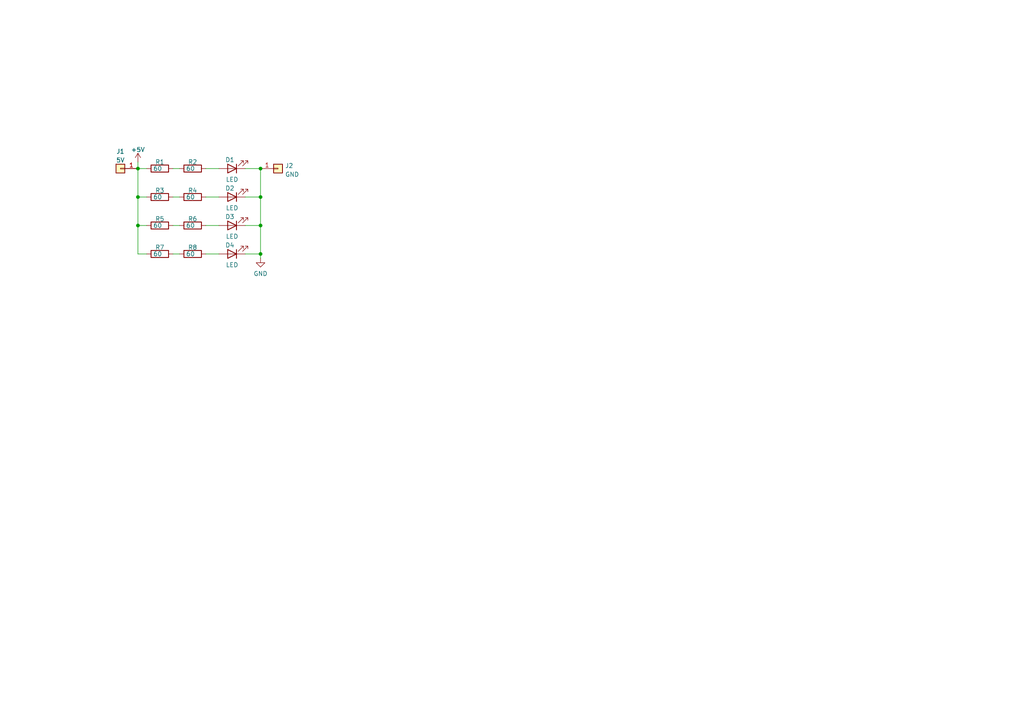
<source format=kicad_sch>
(kicad_sch (version 20211123) (generator eeschema)
  (paper "A4")
  (lib_symbols
    (symbol "Connector_Generic:Conn_01x01" (pin_names (offset 1.016) hide)
      (property "Reference" "J" (at 0 2.54 0))
      (property "Value" "Conn_01x01" (at 0 -2.54 0))
      (symbol "Conn_01x01_1_1"
        (rectangle (start -1.27 0.127) (end 0 -0.127) (stroke (width 0.1524)))
        (rectangle (start -1.27 1.27) (end 1.27 -1.27) (stroke (width 0.254)) (fill (type background)))
        (pin passive line (at -5.08 0 0) (length 3.81) (name "Pin_1") (number "1"))
      )
    )
    (symbol "Device:LED" (pin_numbers hide) (pin_names (offset 1.016) hide)
      (property "Reference" "D" (at 0 2.54 0))
      (property "Value" "LED" (at 0 -2.54 0))
      (symbol "LED_0_1"
        (polyline (pts (xy -1.27 -1.27) (xy -1.27 1.27)) (stroke (width 0.254)))
        (polyline (pts (xy -1.27 0) (xy 1.27 0)))
        (polyline (pts (xy 1.27 -1.27) (xy 1.27 1.27) (xy -1.27 0) (xy 1.27 -1.27)) (stroke (width 0.254)))
        (polyline (pts (xy -3.048 -0.762) (xy -4.572 -2.286) (xy -3.81 -2.286) (xy -4.572 -2.286) (xy -4.572 -1.524)))
        (polyline (pts (xy -1.778 -0.762) (xy -3.302 -2.286) (xy -2.54 -2.286) (xy -3.302 -2.286) (xy -3.302 -1.524)))
      )
      (symbol "LED_1_1"
        (pin passive line (at -3.81 0 0) (length 2.54) (name "K") (number "1"))
        (pin passive line (at 3.81 0 180) (length 2.54) (name "A") (number "2"))
      )
    )
    (symbol "Device:R" (pin_numbers hide) (pin_names (offset 0))
      (property "Reference" "R" (at 2.032 0 90))
      (property "Value" "R" (at 0 0 90))
      (symbol "R_0_1"
        (rectangle (start -1.016 -2.54) (end 1.016 2.54) (stroke (width 0.254)))
      )
      (symbol "R_1_1"
        (pin passive line (at 0 3.81 270) (length 1.27) (name "~") (number "1"))
        (pin passive line (at 0 -3.81 90) (length 1.27) (name "~") (number "2"))
      )
    )
    (symbol "power:+5V" (power) (pin_names (offset 0))
      (property "Value" "+5V" (at 0 3.556 0))
      (symbol "+5V_0_1"
        (polyline (pts (xy -0.762 1.27) (xy 0 2.54)))
        (polyline (pts (xy 0 0) (xy 0 2.54)))
        (polyline (pts (xy 0 2.54) (xy 0.762 1.27)))
      )
      (symbol "+5V_1_1"
        (pin power_in line (at 0 0 90) (length 0) hide (name "+5V") (number "1"))
      )
    )
    (symbol "power:GND" (power) (pin_names (offset 0))
      (property "Value" "GND" (at 0 -3.81 0))
      (symbol "GND_0_1"
        (polyline (pts (xy 0 0) (xy 0 -1.27) (xy 1.27 -1.27) (xy 0 -2.54) (xy -1.27 -1.27) (xy 0 -1.27)))
      )
      (symbol "GND_1_1"
        (pin power_in line (at 0 0 270) (length 0) hide (name "GND") (number "1"))
      )
    )
  )
  (junction (at 75.565 65.405))
  (junction (at 40.005 57.15))
  (junction (at 40.005 48.895))
  (junction (at 75.565 73.66))
  (junction (at 75.565 57.15))
  (junction (at 75.565 48.895))
  (junction (at 40.005 65.405))
  (wire (pts (xy 40.005 57.15) (xy 42.545 57.15)))
  (wire (pts (xy 59.69 73.66) (xy 63.5 73.66)))
  (wire (pts (xy 75.565 65.405) (xy 75.565 73.66)))
  (wire (pts (xy 40.005 48.895) (xy 40.005 57.15)))
  (wire (pts (xy 40.005 48.895) (xy 42.545 48.895)))
  (wire (pts (xy 59.69 65.405) (xy 63.5 65.405)))
  (wire (pts (xy 59.69 48.895) (xy 63.5 48.895)))
  (wire (pts (xy 75.565 73.66) (xy 75.565 74.93)))
  (wire (pts (xy 71.12 48.895) (xy 75.565 48.895)))
  (wire (pts (xy 71.12 73.66) (xy 75.565 73.66)))
  (wire (pts (xy 59.69 57.15) (xy 63.5 57.15)))
  (wire (pts (xy 75.565 48.895) (xy 75.565 57.15)))
  (wire (pts (xy 40.005 65.405) (xy 42.545 65.405)))
  (wire (pts (xy 40.005 57.15) (xy 40.005 65.405)))
  (wire (pts (xy 40.005 73.66) (xy 42.545 73.66)))
  (wire (pts (xy 40.005 65.405) (xy 40.005 73.66)))
  (wire (pts (xy 40.005 46.99) (xy 40.005 48.895)))
  (wire (pts (xy 50.165 65.405) (xy 52.07 65.405)))
  (wire (pts (xy 50.165 57.15) (xy 52.07 57.15)))
  (wire (pts (xy 50.165 73.66) (xy 52.07 73.66)))
  (wire (pts (xy 50.165 48.895) (xy 52.07 48.895)))
  (wire (pts (xy 75.565 57.15) (xy 75.565 65.405)))
  (wire (pts (xy 71.12 65.405) (xy 75.565 65.405)))
  (wire (pts (xy 71.12 57.15) (xy 75.565 57.15)))
  (symbol (lib_id "Connector_Generic:Conn_01x01") (at 80.645 48.895 0) (unit 1)
    (property "Reference" "J2" (at 82.677 48.0603 0) (effects (justify left)))
    (property "Value" "GND" (at 82.677 50.5972 0) (effects (justify left)))
    (property "Footprint" "practice_PCB:PinSocket_1x01_P2.54mm_Vertical" (effects hide))
  )
  (symbol (lib_id "Device:LED") (at 67.31 73.66 180) (unit 1)
    (property "Reference" "D4" (at 66.675 71.12 0))
    (property "Value" "LED" (at 67.31 76.835 0))
    (property "Footprint" "LED_THT:LED_D3.0mm" (effects hide))
  )
  (symbol (lib_id "Device:LED") (at 67.31 57.15 180) (unit 1)
    (property "Reference" "D2" (at 66.675 54.61 0))
    (property "Value" "LED" (at 67.31 60.325 0))
    (property "Footprint" "LED_THT:LED_D3.0mm" (effects hide))
  )
  (symbol (lib_id "Device:R") (at 55.88 57.15 90) (unit 1)
    (property "Reference" "R4" (at 55.88 55.245 90))
    (property "Value" "60" (at 55.245 57.15 90))
    (property "Footprint" "Resistor_THT:R_Axial_DIN0207_L6.3mm_D2.5mm_P2.54mm_Vertical" (effects hide))
  )
  (symbol (lib_id "Device:R") (at 46.355 48.895 90) (unit 1)
    (property "Reference" "R1" (at 46.355 46.99 90))
    (property "Value" "60" (at 45.72 48.895 90))
    (property "Footprint" "Resistor_THT:R_Axial_DIN0207_L6.3mm_D2.5mm_P10.16mm_Horizontal" (effects hide))
  )
  (symbol (lib_id "Device:R") (at 55.88 65.405 90) (unit 1)
    (property "Reference" "R6" (at 55.88 63.5 90))
    (property "Value" "60" (at 55.245 65.405 90))
    (property "Footprint" "Resistor_THT:R_Axial_DIN0207_L6.3mm_D2.5mm_P2.54mm_Vertical" (effects hide))
  )
  (symbol (lib_id "Device:R") (at 46.355 57.15 90) (unit 1)
    (property "Reference" "R3" (at 46.355 55.245 90))
    (property "Value" "60" (at 45.72 57.15 90))
    (property "Footprint" "Resistor_THT:R_Axial_DIN0207_L6.3mm_D2.5mm_P10.16mm_Horizontal" (effects hide))
  )
  (symbol (lib_id "Device:R") (at 46.355 65.405 90) (unit 1)
    (property "Reference" "R5" (at 46.355 63.5 90))
    (property "Value" "60" (at 45.72 65.405 90))
    (property "Footprint" "Resistor_THT:R_Axial_DIN0207_L6.3mm_D2.5mm_P10.16mm_Horizontal" (effects hide))
  )
  (symbol (lib_id "Device:R") (at 55.88 73.66 90) (unit 1)
    (property "Reference" "R8" (at 55.88 71.755 90))
    (property "Value" "60" (at 55.245 73.66 90))
    (property "Footprint" "Resistor_THT:R_Axial_DIN0207_L6.3mm_D2.5mm_P2.54mm_Vertical" (effects hide))
  )
  (symbol (lib_id "power:+5V") (at 40.005 46.99 0) (unit 1)
    (property "Reference" "#PWR01" (effects hide))
    (property "Value" "+5V" (at 40.005 43.4142 0))
  )
  (symbol (lib_id "Device:R") (at 46.355 73.66 90) (unit 1)
    (property "Reference" "R7" (at 46.355 71.755 90))
    (property "Value" "60" (at 45.72 73.66 90))
    (property "Footprint" "Resistor_THT:R_Axial_DIN0207_L6.3mm_D2.5mm_P10.16mm_Horizontal" (effects hide))
  )
  (symbol (lib_id "Device:LED") (at 67.31 48.895 180) (unit 1)
    (property "Reference" "D1" (at 66.675 46.355 0))
    (property "Value" "LED" (at 67.31 52.07 0))
    (property "Footprint" "LED_THT:LED_D3.0mm" (effects hide))
  )
  (symbol (lib_id "Device:LED") (at 67.31 65.405 180) (unit 1)
    (property "Reference" "D3" (at 66.675 62.865 0))
    (property "Value" "LED" (at 67.31 68.58 0))
    (property "Footprint" "LED_THT:LED_D3.0mm" (effects hide))
  )
  (symbol (lib_id "power:GND") (at 75.565 74.93 0) (unit 1)
    (property "Reference" "#PWR02" (effects hide))
    (property "Value" "GND" (at 75.565 79.3734 0))
  )
  (symbol (lib_id "Connector_Generic:Conn_01x01") (at 34.925 48.895 180) (unit 1)
    (property "Reference" "J1" (at 34.925 43.9252 0))
    (property "Value" "5V" (at 34.925 46.4621 0))
    (property "Footprint" "practice_PCB:PinSocket_1x01_P2.54mm_Vertical" (effects hide))
  )
  (symbol (lib_id "Device:R") (at 55.88 48.895 90) (unit 1)
    (property "Reference" "R2" (at 55.88 46.99 90))
    (property "Value" "60" (at 55.245 48.895 90))
    (property "Footprint" "Resistor_THT:R_Axial_DIN0207_L6.3mm_D2.5mm_P2.54mm_Vertical" (effects hide))
  )
)
</source>
